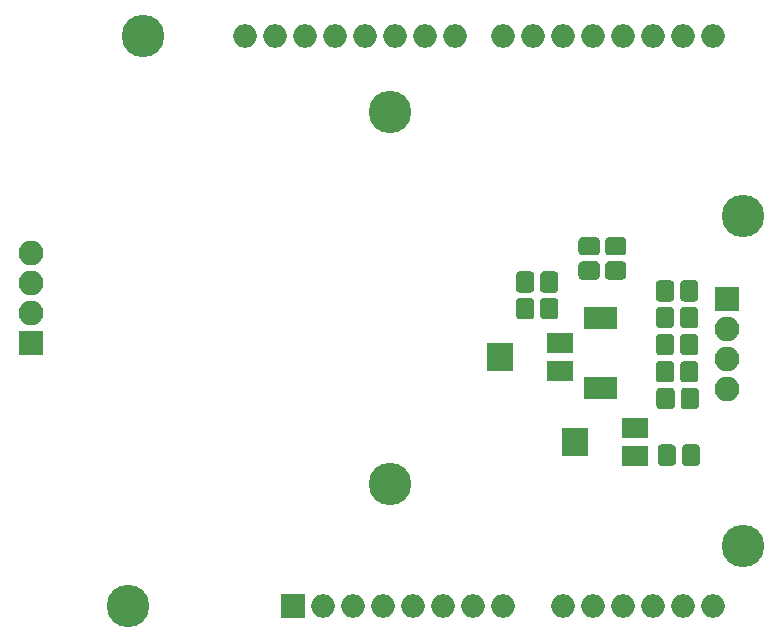
<source format=gbr>
G04 #@! TF.GenerationSoftware,KiCad,Pcbnew,(5.0.0)*
G04 #@! TF.CreationDate,2019-09-08T12:51:47+09:00*
G04 #@! TF.ProjectId,gauss_meter_hw,67617573735F6D657465725F68772E6B,rev?*
G04 #@! TF.SameCoordinates,Original*
G04 #@! TF.FileFunction,Soldermask,Top*
G04 #@! TF.FilePolarity,Negative*
%FSLAX46Y46*%
G04 Gerber Fmt 4.6, Leading zero omitted, Abs format (unit mm)*
G04 Created by KiCad (PCBNEW (5.0.0)) date 09/08/19 12:51:47*
%MOMM*%
%LPD*%
G01*
G04 APERTURE LIST*
%ADD10O,2.000000X2.000000*%
%ADD11R,2.000000X2.000000*%
%ADD12C,3.600000*%
%ADD13C,0.100000*%
%ADD14C,1.550000*%
%ADD15R,2.100000X2.100000*%
%ADD16O,2.100000X2.100000*%
%ADD17R,2.300000X1.700000*%
%ADD18R,2.300000X2.400000*%
%ADD19R,0.850000X1.850000*%
G04 APERTURE END LIST*
D10*
G04 #@! TO.C,A1*
X142655001Y-64055001D03*
X140115001Y-64055001D03*
D11*
X144175001Y-112315001D03*
D10*
X174655001Y-64055001D03*
X146715001Y-112315001D03*
X172115001Y-64055001D03*
X149255001Y-112315001D03*
X169575001Y-64055001D03*
X151795001Y-112315001D03*
X167035001Y-64055001D03*
X154335001Y-112315001D03*
X164495001Y-64055001D03*
X156875001Y-112315001D03*
X161955001Y-64055001D03*
X159415001Y-112315001D03*
X157895001Y-64055001D03*
X161955001Y-112315001D03*
X155355001Y-64055001D03*
X167035001Y-112315001D03*
X152815001Y-64055001D03*
X169575001Y-112315001D03*
X150275001Y-64055001D03*
X172115001Y-112315001D03*
X147735001Y-64055001D03*
X174655001Y-112315001D03*
X145195001Y-64055001D03*
X177195001Y-112315001D03*
X179735001Y-112315001D03*
X179735001Y-64055001D03*
X177195001Y-64055001D03*
D12*
X130205001Y-112315001D03*
X131475001Y-64055001D03*
X182275001Y-79295001D03*
X182275001Y-107235001D03*
G04 #@! TD*
D13*
G04 #@! TO.C,C1*
G36*
X176146071Y-86951623D02*
X176178781Y-86956475D01*
X176210857Y-86964509D01*
X176241991Y-86975649D01*
X176271884Y-86989787D01*
X176300247Y-87006787D01*
X176326807Y-87026485D01*
X176351308Y-87048692D01*
X176373515Y-87073193D01*
X176393213Y-87099753D01*
X176410213Y-87128116D01*
X176424351Y-87158009D01*
X176435491Y-87189143D01*
X176443525Y-87221219D01*
X176448377Y-87253929D01*
X176450000Y-87286956D01*
X176450000Y-88413044D01*
X176448377Y-88446071D01*
X176443525Y-88478781D01*
X176435491Y-88510857D01*
X176424351Y-88541991D01*
X176410213Y-88571884D01*
X176393213Y-88600247D01*
X176373515Y-88626807D01*
X176351308Y-88651308D01*
X176326807Y-88673515D01*
X176300247Y-88693213D01*
X176271884Y-88710213D01*
X176241991Y-88724351D01*
X176210857Y-88735491D01*
X176178781Y-88743525D01*
X176146071Y-88748377D01*
X176113044Y-88750000D01*
X175236956Y-88750000D01*
X175203929Y-88748377D01*
X175171219Y-88743525D01*
X175139143Y-88735491D01*
X175108009Y-88724351D01*
X175078116Y-88710213D01*
X175049753Y-88693213D01*
X175023193Y-88673515D01*
X174998692Y-88651308D01*
X174976485Y-88626807D01*
X174956787Y-88600247D01*
X174939787Y-88571884D01*
X174925649Y-88541991D01*
X174914509Y-88510857D01*
X174906475Y-88478781D01*
X174901623Y-88446071D01*
X174900000Y-88413044D01*
X174900000Y-87286956D01*
X174901623Y-87253929D01*
X174906475Y-87221219D01*
X174914509Y-87189143D01*
X174925649Y-87158009D01*
X174939787Y-87128116D01*
X174956787Y-87099753D01*
X174976485Y-87073193D01*
X174998692Y-87048692D01*
X175023193Y-87026485D01*
X175049753Y-87006787D01*
X175078116Y-86989787D01*
X175108009Y-86975649D01*
X175139143Y-86964509D01*
X175171219Y-86956475D01*
X175203929Y-86951623D01*
X175236956Y-86950000D01*
X176113044Y-86950000D01*
X176146071Y-86951623D01*
X176146071Y-86951623D01*
G37*
D14*
X175675000Y-87850000D03*
D13*
G36*
X178196071Y-86951623D02*
X178228781Y-86956475D01*
X178260857Y-86964509D01*
X178291991Y-86975649D01*
X178321884Y-86989787D01*
X178350247Y-87006787D01*
X178376807Y-87026485D01*
X178401308Y-87048692D01*
X178423515Y-87073193D01*
X178443213Y-87099753D01*
X178460213Y-87128116D01*
X178474351Y-87158009D01*
X178485491Y-87189143D01*
X178493525Y-87221219D01*
X178498377Y-87253929D01*
X178500000Y-87286956D01*
X178500000Y-88413044D01*
X178498377Y-88446071D01*
X178493525Y-88478781D01*
X178485491Y-88510857D01*
X178474351Y-88541991D01*
X178460213Y-88571884D01*
X178443213Y-88600247D01*
X178423515Y-88626807D01*
X178401308Y-88651308D01*
X178376807Y-88673515D01*
X178350247Y-88693213D01*
X178321884Y-88710213D01*
X178291991Y-88724351D01*
X178260857Y-88735491D01*
X178228781Y-88743525D01*
X178196071Y-88748377D01*
X178163044Y-88750000D01*
X177286956Y-88750000D01*
X177253929Y-88748377D01*
X177221219Y-88743525D01*
X177189143Y-88735491D01*
X177158009Y-88724351D01*
X177128116Y-88710213D01*
X177099753Y-88693213D01*
X177073193Y-88673515D01*
X177048692Y-88651308D01*
X177026485Y-88626807D01*
X177006787Y-88600247D01*
X176989787Y-88571884D01*
X176975649Y-88541991D01*
X176964509Y-88510857D01*
X176956475Y-88478781D01*
X176951623Y-88446071D01*
X176950000Y-88413044D01*
X176950000Y-87286956D01*
X176951623Y-87253929D01*
X176956475Y-87221219D01*
X176964509Y-87189143D01*
X176975649Y-87158009D01*
X176989787Y-87128116D01*
X177006787Y-87099753D01*
X177026485Y-87073193D01*
X177048692Y-87048692D01*
X177073193Y-87026485D01*
X177099753Y-87006787D01*
X177128116Y-86989787D01*
X177158009Y-86975649D01*
X177189143Y-86964509D01*
X177221219Y-86956475D01*
X177253929Y-86951623D01*
X177286956Y-86950000D01*
X178163044Y-86950000D01*
X178196071Y-86951623D01*
X178196071Y-86951623D01*
G37*
D14*
X177725000Y-87850000D03*
G04 #@! TD*
D13*
G04 #@! TO.C,C2*
G36*
X178196071Y-91551623D02*
X178228781Y-91556475D01*
X178260857Y-91564509D01*
X178291991Y-91575649D01*
X178321884Y-91589787D01*
X178350247Y-91606787D01*
X178376807Y-91626485D01*
X178401308Y-91648692D01*
X178423515Y-91673193D01*
X178443213Y-91699753D01*
X178460213Y-91728116D01*
X178474351Y-91758009D01*
X178485491Y-91789143D01*
X178493525Y-91821219D01*
X178498377Y-91853929D01*
X178500000Y-91886956D01*
X178500000Y-93013044D01*
X178498377Y-93046071D01*
X178493525Y-93078781D01*
X178485491Y-93110857D01*
X178474351Y-93141991D01*
X178460213Y-93171884D01*
X178443213Y-93200247D01*
X178423515Y-93226807D01*
X178401308Y-93251308D01*
X178376807Y-93273515D01*
X178350247Y-93293213D01*
X178321884Y-93310213D01*
X178291991Y-93324351D01*
X178260857Y-93335491D01*
X178228781Y-93343525D01*
X178196071Y-93348377D01*
X178163044Y-93350000D01*
X177286956Y-93350000D01*
X177253929Y-93348377D01*
X177221219Y-93343525D01*
X177189143Y-93335491D01*
X177158009Y-93324351D01*
X177128116Y-93310213D01*
X177099753Y-93293213D01*
X177073193Y-93273515D01*
X177048692Y-93251308D01*
X177026485Y-93226807D01*
X177006787Y-93200247D01*
X176989787Y-93171884D01*
X176975649Y-93141991D01*
X176964509Y-93110857D01*
X176956475Y-93078781D01*
X176951623Y-93046071D01*
X176950000Y-93013044D01*
X176950000Y-91886956D01*
X176951623Y-91853929D01*
X176956475Y-91821219D01*
X176964509Y-91789143D01*
X176975649Y-91758009D01*
X176989787Y-91728116D01*
X177006787Y-91699753D01*
X177026485Y-91673193D01*
X177048692Y-91648692D01*
X177073193Y-91626485D01*
X177099753Y-91606787D01*
X177128116Y-91589787D01*
X177158009Y-91575649D01*
X177189143Y-91564509D01*
X177221219Y-91556475D01*
X177253929Y-91551623D01*
X177286956Y-91550000D01*
X178163044Y-91550000D01*
X178196071Y-91551623D01*
X178196071Y-91551623D01*
G37*
D14*
X177725000Y-92450000D03*
D13*
G36*
X176146071Y-91551623D02*
X176178781Y-91556475D01*
X176210857Y-91564509D01*
X176241991Y-91575649D01*
X176271884Y-91589787D01*
X176300247Y-91606787D01*
X176326807Y-91626485D01*
X176351308Y-91648692D01*
X176373515Y-91673193D01*
X176393213Y-91699753D01*
X176410213Y-91728116D01*
X176424351Y-91758009D01*
X176435491Y-91789143D01*
X176443525Y-91821219D01*
X176448377Y-91853929D01*
X176450000Y-91886956D01*
X176450000Y-93013044D01*
X176448377Y-93046071D01*
X176443525Y-93078781D01*
X176435491Y-93110857D01*
X176424351Y-93141991D01*
X176410213Y-93171884D01*
X176393213Y-93200247D01*
X176373515Y-93226807D01*
X176351308Y-93251308D01*
X176326807Y-93273515D01*
X176300247Y-93293213D01*
X176271884Y-93310213D01*
X176241991Y-93324351D01*
X176210857Y-93335491D01*
X176178781Y-93343525D01*
X176146071Y-93348377D01*
X176113044Y-93350000D01*
X175236956Y-93350000D01*
X175203929Y-93348377D01*
X175171219Y-93343525D01*
X175139143Y-93335491D01*
X175108009Y-93324351D01*
X175078116Y-93310213D01*
X175049753Y-93293213D01*
X175023193Y-93273515D01*
X174998692Y-93251308D01*
X174976485Y-93226807D01*
X174956787Y-93200247D01*
X174939787Y-93171884D01*
X174925649Y-93141991D01*
X174914509Y-93110857D01*
X174906475Y-93078781D01*
X174901623Y-93046071D01*
X174900000Y-93013044D01*
X174900000Y-91886956D01*
X174901623Y-91853929D01*
X174906475Y-91821219D01*
X174914509Y-91789143D01*
X174925649Y-91758009D01*
X174939787Y-91728116D01*
X174956787Y-91699753D01*
X174976485Y-91673193D01*
X174998692Y-91648692D01*
X175023193Y-91626485D01*
X175049753Y-91606787D01*
X175078116Y-91589787D01*
X175108009Y-91575649D01*
X175139143Y-91564509D01*
X175171219Y-91556475D01*
X175203929Y-91551623D01*
X175236956Y-91550000D01*
X176113044Y-91550000D01*
X176146071Y-91551623D01*
X176146071Y-91551623D01*
G37*
D14*
X175675000Y-92450000D03*
G04 #@! TD*
D13*
G04 #@! TO.C,C3*
G36*
X172096071Y-81051623D02*
X172128781Y-81056475D01*
X172160857Y-81064509D01*
X172191991Y-81075649D01*
X172221884Y-81089787D01*
X172250247Y-81106787D01*
X172276807Y-81126485D01*
X172301308Y-81148692D01*
X172323515Y-81173193D01*
X172343213Y-81199753D01*
X172360213Y-81228116D01*
X172374351Y-81258009D01*
X172385491Y-81289143D01*
X172393525Y-81321219D01*
X172398377Y-81353929D01*
X172400000Y-81386956D01*
X172400000Y-82263044D01*
X172398377Y-82296071D01*
X172393525Y-82328781D01*
X172385491Y-82360857D01*
X172374351Y-82391991D01*
X172360213Y-82421884D01*
X172343213Y-82450247D01*
X172323515Y-82476807D01*
X172301308Y-82501308D01*
X172276807Y-82523515D01*
X172250247Y-82543213D01*
X172221884Y-82560213D01*
X172191991Y-82574351D01*
X172160857Y-82585491D01*
X172128781Y-82593525D01*
X172096071Y-82598377D01*
X172063044Y-82600000D01*
X170936956Y-82600000D01*
X170903929Y-82598377D01*
X170871219Y-82593525D01*
X170839143Y-82585491D01*
X170808009Y-82574351D01*
X170778116Y-82560213D01*
X170749753Y-82543213D01*
X170723193Y-82523515D01*
X170698692Y-82501308D01*
X170676485Y-82476807D01*
X170656787Y-82450247D01*
X170639787Y-82421884D01*
X170625649Y-82391991D01*
X170614509Y-82360857D01*
X170606475Y-82328781D01*
X170601623Y-82296071D01*
X170600000Y-82263044D01*
X170600000Y-81386956D01*
X170601623Y-81353929D01*
X170606475Y-81321219D01*
X170614509Y-81289143D01*
X170625649Y-81258009D01*
X170639787Y-81228116D01*
X170656787Y-81199753D01*
X170676485Y-81173193D01*
X170698692Y-81148692D01*
X170723193Y-81126485D01*
X170749753Y-81106787D01*
X170778116Y-81089787D01*
X170808009Y-81075649D01*
X170839143Y-81064509D01*
X170871219Y-81056475D01*
X170903929Y-81051623D01*
X170936956Y-81050000D01*
X172063044Y-81050000D01*
X172096071Y-81051623D01*
X172096071Y-81051623D01*
G37*
D14*
X171500000Y-81825000D03*
D13*
G36*
X172096071Y-83101623D02*
X172128781Y-83106475D01*
X172160857Y-83114509D01*
X172191991Y-83125649D01*
X172221884Y-83139787D01*
X172250247Y-83156787D01*
X172276807Y-83176485D01*
X172301308Y-83198692D01*
X172323515Y-83223193D01*
X172343213Y-83249753D01*
X172360213Y-83278116D01*
X172374351Y-83308009D01*
X172385491Y-83339143D01*
X172393525Y-83371219D01*
X172398377Y-83403929D01*
X172400000Y-83436956D01*
X172400000Y-84313044D01*
X172398377Y-84346071D01*
X172393525Y-84378781D01*
X172385491Y-84410857D01*
X172374351Y-84441991D01*
X172360213Y-84471884D01*
X172343213Y-84500247D01*
X172323515Y-84526807D01*
X172301308Y-84551308D01*
X172276807Y-84573515D01*
X172250247Y-84593213D01*
X172221884Y-84610213D01*
X172191991Y-84624351D01*
X172160857Y-84635491D01*
X172128781Y-84643525D01*
X172096071Y-84648377D01*
X172063044Y-84650000D01*
X170936956Y-84650000D01*
X170903929Y-84648377D01*
X170871219Y-84643525D01*
X170839143Y-84635491D01*
X170808009Y-84624351D01*
X170778116Y-84610213D01*
X170749753Y-84593213D01*
X170723193Y-84573515D01*
X170698692Y-84551308D01*
X170676485Y-84526807D01*
X170656787Y-84500247D01*
X170639787Y-84471884D01*
X170625649Y-84441991D01*
X170614509Y-84410857D01*
X170606475Y-84378781D01*
X170601623Y-84346071D01*
X170600000Y-84313044D01*
X170600000Y-83436956D01*
X170601623Y-83403929D01*
X170606475Y-83371219D01*
X170614509Y-83339143D01*
X170625649Y-83308009D01*
X170639787Y-83278116D01*
X170656787Y-83249753D01*
X170676485Y-83223193D01*
X170698692Y-83198692D01*
X170723193Y-83176485D01*
X170749753Y-83156787D01*
X170778116Y-83139787D01*
X170808009Y-83125649D01*
X170839143Y-83114509D01*
X170871219Y-83106475D01*
X170903929Y-83101623D01*
X170936956Y-83100000D01*
X172063044Y-83100000D01*
X172096071Y-83101623D01*
X172096071Y-83101623D01*
G37*
D14*
X171500000Y-83875000D03*
G04 #@! TD*
D13*
G04 #@! TO.C,C4*
G36*
X164296071Y-83951623D02*
X164328781Y-83956475D01*
X164360857Y-83964509D01*
X164391991Y-83975649D01*
X164421884Y-83989787D01*
X164450247Y-84006787D01*
X164476807Y-84026485D01*
X164501308Y-84048692D01*
X164523515Y-84073193D01*
X164543213Y-84099753D01*
X164560213Y-84128116D01*
X164574351Y-84158009D01*
X164585491Y-84189143D01*
X164593525Y-84221219D01*
X164598377Y-84253929D01*
X164600000Y-84286956D01*
X164600000Y-85413044D01*
X164598377Y-85446071D01*
X164593525Y-85478781D01*
X164585491Y-85510857D01*
X164574351Y-85541991D01*
X164560213Y-85571884D01*
X164543213Y-85600247D01*
X164523515Y-85626807D01*
X164501308Y-85651308D01*
X164476807Y-85673515D01*
X164450247Y-85693213D01*
X164421884Y-85710213D01*
X164391991Y-85724351D01*
X164360857Y-85735491D01*
X164328781Y-85743525D01*
X164296071Y-85748377D01*
X164263044Y-85750000D01*
X163386956Y-85750000D01*
X163353929Y-85748377D01*
X163321219Y-85743525D01*
X163289143Y-85735491D01*
X163258009Y-85724351D01*
X163228116Y-85710213D01*
X163199753Y-85693213D01*
X163173193Y-85673515D01*
X163148692Y-85651308D01*
X163126485Y-85626807D01*
X163106787Y-85600247D01*
X163089787Y-85571884D01*
X163075649Y-85541991D01*
X163064509Y-85510857D01*
X163056475Y-85478781D01*
X163051623Y-85446071D01*
X163050000Y-85413044D01*
X163050000Y-84286956D01*
X163051623Y-84253929D01*
X163056475Y-84221219D01*
X163064509Y-84189143D01*
X163075649Y-84158009D01*
X163089787Y-84128116D01*
X163106787Y-84099753D01*
X163126485Y-84073193D01*
X163148692Y-84048692D01*
X163173193Y-84026485D01*
X163199753Y-84006787D01*
X163228116Y-83989787D01*
X163258009Y-83975649D01*
X163289143Y-83964509D01*
X163321219Y-83956475D01*
X163353929Y-83951623D01*
X163386956Y-83950000D01*
X164263044Y-83950000D01*
X164296071Y-83951623D01*
X164296071Y-83951623D01*
G37*
D14*
X163825000Y-84850000D03*
D13*
G36*
X166346071Y-83951623D02*
X166378781Y-83956475D01*
X166410857Y-83964509D01*
X166441991Y-83975649D01*
X166471884Y-83989787D01*
X166500247Y-84006787D01*
X166526807Y-84026485D01*
X166551308Y-84048692D01*
X166573515Y-84073193D01*
X166593213Y-84099753D01*
X166610213Y-84128116D01*
X166624351Y-84158009D01*
X166635491Y-84189143D01*
X166643525Y-84221219D01*
X166648377Y-84253929D01*
X166650000Y-84286956D01*
X166650000Y-85413044D01*
X166648377Y-85446071D01*
X166643525Y-85478781D01*
X166635491Y-85510857D01*
X166624351Y-85541991D01*
X166610213Y-85571884D01*
X166593213Y-85600247D01*
X166573515Y-85626807D01*
X166551308Y-85651308D01*
X166526807Y-85673515D01*
X166500247Y-85693213D01*
X166471884Y-85710213D01*
X166441991Y-85724351D01*
X166410857Y-85735491D01*
X166378781Y-85743525D01*
X166346071Y-85748377D01*
X166313044Y-85750000D01*
X165436956Y-85750000D01*
X165403929Y-85748377D01*
X165371219Y-85743525D01*
X165339143Y-85735491D01*
X165308009Y-85724351D01*
X165278116Y-85710213D01*
X165249753Y-85693213D01*
X165223193Y-85673515D01*
X165198692Y-85651308D01*
X165176485Y-85626807D01*
X165156787Y-85600247D01*
X165139787Y-85571884D01*
X165125649Y-85541991D01*
X165114509Y-85510857D01*
X165106475Y-85478781D01*
X165101623Y-85446071D01*
X165100000Y-85413044D01*
X165100000Y-84286956D01*
X165101623Y-84253929D01*
X165106475Y-84221219D01*
X165114509Y-84189143D01*
X165125649Y-84158009D01*
X165139787Y-84128116D01*
X165156787Y-84099753D01*
X165176485Y-84073193D01*
X165198692Y-84048692D01*
X165223193Y-84026485D01*
X165249753Y-84006787D01*
X165278116Y-83989787D01*
X165308009Y-83975649D01*
X165339143Y-83964509D01*
X165371219Y-83956475D01*
X165403929Y-83951623D01*
X165436956Y-83950000D01*
X166313044Y-83950000D01*
X166346071Y-83951623D01*
X166346071Y-83951623D01*
G37*
D14*
X165875000Y-84850000D03*
G04 #@! TD*
D13*
G04 #@! TO.C,C5*
G36*
X166346071Y-86201623D02*
X166378781Y-86206475D01*
X166410857Y-86214509D01*
X166441991Y-86225649D01*
X166471884Y-86239787D01*
X166500247Y-86256787D01*
X166526807Y-86276485D01*
X166551308Y-86298692D01*
X166573515Y-86323193D01*
X166593213Y-86349753D01*
X166610213Y-86378116D01*
X166624351Y-86408009D01*
X166635491Y-86439143D01*
X166643525Y-86471219D01*
X166648377Y-86503929D01*
X166650000Y-86536956D01*
X166650000Y-87663044D01*
X166648377Y-87696071D01*
X166643525Y-87728781D01*
X166635491Y-87760857D01*
X166624351Y-87791991D01*
X166610213Y-87821884D01*
X166593213Y-87850247D01*
X166573515Y-87876807D01*
X166551308Y-87901308D01*
X166526807Y-87923515D01*
X166500247Y-87943213D01*
X166471884Y-87960213D01*
X166441991Y-87974351D01*
X166410857Y-87985491D01*
X166378781Y-87993525D01*
X166346071Y-87998377D01*
X166313044Y-88000000D01*
X165436956Y-88000000D01*
X165403929Y-87998377D01*
X165371219Y-87993525D01*
X165339143Y-87985491D01*
X165308009Y-87974351D01*
X165278116Y-87960213D01*
X165249753Y-87943213D01*
X165223193Y-87923515D01*
X165198692Y-87901308D01*
X165176485Y-87876807D01*
X165156787Y-87850247D01*
X165139787Y-87821884D01*
X165125649Y-87791991D01*
X165114509Y-87760857D01*
X165106475Y-87728781D01*
X165101623Y-87696071D01*
X165100000Y-87663044D01*
X165100000Y-86536956D01*
X165101623Y-86503929D01*
X165106475Y-86471219D01*
X165114509Y-86439143D01*
X165125649Y-86408009D01*
X165139787Y-86378116D01*
X165156787Y-86349753D01*
X165176485Y-86323193D01*
X165198692Y-86298692D01*
X165223193Y-86276485D01*
X165249753Y-86256787D01*
X165278116Y-86239787D01*
X165308009Y-86225649D01*
X165339143Y-86214509D01*
X165371219Y-86206475D01*
X165403929Y-86201623D01*
X165436956Y-86200000D01*
X166313044Y-86200000D01*
X166346071Y-86201623D01*
X166346071Y-86201623D01*
G37*
D14*
X165875000Y-87100000D03*
D13*
G36*
X164296071Y-86201623D02*
X164328781Y-86206475D01*
X164360857Y-86214509D01*
X164391991Y-86225649D01*
X164421884Y-86239787D01*
X164450247Y-86256787D01*
X164476807Y-86276485D01*
X164501308Y-86298692D01*
X164523515Y-86323193D01*
X164543213Y-86349753D01*
X164560213Y-86378116D01*
X164574351Y-86408009D01*
X164585491Y-86439143D01*
X164593525Y-86471219D01*
X164598377Y-86503929D01*
X164600000Y-86536956D01*
X164600000Y-87663044D01*
X164598377Y-87696071D01*
X164593525Y-87728781D01*
X164585491Y-87760857D01*
X164574351Y-87791991D01*
X164560213Y-87821884D01*
X164543213Y-87850247D01*
X164523515Y-87876807D01*
X164501308Y-87901308D01*
X164476807Y-87923515D01*
X164450247Y-87943213D01*
X164421884Y-87960213D01*
X164391991Y-87974351D01*
X164360857Y-87985491D01*
X164328781Y-87993525D01*
X164296071Y-87998377D01*
X164263044Y-88000000D01*
X163386956Y-88000000D01*
X163353929Y-87998377D01*
X163321219Y-87993525D01*
X163289143Y-87985491D01*
X163258009Y-87974351D01*
X163228116Y-87960213D01*
X163199753Y-87943213D01*
X163173193Y-87923515D01*
X163148692Y-87901308D01*
X163126485Y-87876807D01*
X163106787Y-87850247D01*
X163089787Y-87821884D01*
X163075649Y-87791991D01*
X163064509Y-87760857D01*
X163056475Y-87728781D01*
X163051623Y-87696071D01*
X163050000Y-87663044D01*
X163050000Y-86536956D01*
X163051623Y-86503929D01*
X163056475Y-86471219D01*
X163064509Y-86439143D01*
X163075649Y-86408009D01*
X163089787Y-86378116D01*
X163106787Y-86349753D01*
X163126485Y-86323193D01*
X163148692Y-86298692D01*
X163173193Y-86276485D01*
X163199753Y-86256787D01*
X163228116Y-86239787D01*
X163258009Y-86225649D01*
X163289143Y-86214509D01*
X163321219Y-86206475D01*
X163353929Y-86201623D01*
X163386956Y-86200000D01*
X164263044Y-86200000D01*
X164296071Y-86201623D01*
X164296071Y-86201623D01*
G37*
D14*
X163825000Y-87100000D03*
G04 #@! TD*
D15*
G04 #@! TO.C,J1*
X180900000Y-86300000D03*
D16*
X180900000Y-88840000D03*
X180900000Y-91380000D03*
X180900000Y-93920000D03*
G04 #@! TD*
D13*
G04 #@! TO.C,R1*
G36*
X176146071Y-84701623D02*
X176178781Y-84706475D01*
X176210857Y-84714509D01*
X176241991Y-84725649D01*
X176271884Y-84739787D01*
X176300247Y-84756787D01*
X176326807Y-84776485D01*
X176351308Y-84798692D01*
X176373515Y-84823193D01*
X176393213Y-84849753D01*
X176410213Y-84878116D01*
X176424351Y-84908009D01*
X176435491Y-84939143D01*
X176443525Y-84971219D01*
X176448377Y-85003929D01*
X176450000Y-85036956D01*
X176450000Y-86163044D01*
X176448377Y-86196071D01*
X176443525Y-86228781D01*
X176435491Y-86260857D01*
X176424351Y-86291991D01*
X176410213Y-86321884D01*
X176393213Y-86350247D01*
X176373515Y-86376807D01*
X176351308Y-86401308D01*
X176326807Y-86423515D01*
X176300247Y-86443213D01*
X176271884Y-86460213D01*
X176241991Y-86474351D01*
X176210857Y-86485491D01*
X176178781Y-86493525D01*
X176146071Y-86498377D01*
X176113044Y-86500000D01*
X175236956Y-86500000D01*
X175203929Y-86498377D01*
X175171219Y-86493525D01*
X175139143Y-86485491D01*
X175108009Y-86474351D01*
X175078116Y-86460213D01*
X175049753Y-86443213D01*
X175023193Y-86423515D01*
X174998692Y-86401308D01*
X174976485Y-86376807D01*
X174956787Y-86350247D01*
X174939787Y-86321884D01*
X174925649Y-86291991D01*
X174914509Y-86260857D01*
X174906475Y-86228781D01*
X174901623Y-86196071D01*
X174900000Y-86163044D01*
X174900000Y-85036956D01*
X174901623Y-85003929D01*
X174906475Y-84971219D01*
X174914509Y-84939143D01*
X174925649Y-84908009D01*
X174939787Y-84878116D01*
X174956787Y-84849753D01*
X174976485Y-84823193D01*
X174998692Y-84798692D01*
X175023193Y-84776485D01*
X175049753Y-84756787D01*
X175078116Y-84739787D01*
X175108009Y-84725649D01*
X175139143Y-84714509D01*
X175171219Y-84706475D01*
X175203929Y-84701623D01*
X175236956Y-84700000D01*
X176113044Y-84700000D01*
X176146071Y-84701623D01*
X176146071Y-84701623D01*
G37*
D14*
X175675000Y-85600000D03*
D13*
G36*
X178196071Y-84701623D02*
X178228781Y-84706475D01*
X178260857Y-84714509D01*
X178291991Y-84725649D01*
X178321884Y-84739787D01*
X178350247Y-84756787D01*
X178376807Y-84776485D01*
X178401308Y-84798692D01*
X178423515Y-84823193D01*
X178443213Y-84849753D01*
X178460213Y-84878116D01*
X178474351Y-84908009D01*
X178485491Y-84939143D01*
X178493525Y-84971219D01*
X178498377Y-85003929D01*
X178500000Y-85036956D01*
X178500000Y-86163044D01*
X178498377Y-86196071D01*
X178493525Y-86228781D01*
X178485491Y-86260857D01*
X178474351Y-86291991D01*
X178460213Y-86321884D01*
X178443213Y-86350247D01*
X178423515Y-86376807D01*
X178401308Y-86401308D01*
X178376807Y-86423515D01*
X178350247Y-86443213D01*
X178321884Y-86460213D01*
X178291991Y-86474351D01*
X178260857Y-86485491D01*
X178228781Y-86493525D01*
X178196071Y-86498377D01*
X178163044Y-86500000D01*
X177286956Y-86500000D01*
X177253929Y-86498377D01*
X177221219Y-86493525D01*
X177189143Y-86485491D01*
X177158009Y-86474351D01*
X177128116Y-86460213D01*
X177099753Y-86443213D01*
X177073193Y-86423515D01*
X177048692Y-86401308D01*
X177026485Y-86376807D01*
X177006787Y-86350247D01*
X176989787Y-86321884D01*
X176975649Y-86291991D01*
X176964509Y-86260857D01*
X176956475Y-86228781D01*
X176951623Y-86196071D01*
X176950000Y-86163044D01*
X176950000Y-85036956D01*
X176951623Y-85003929D01*
X176956475Y-84971219D01*
X176964509Y-84939143D01*
X176975649Y-84908009D01*
X176989787Y-84878116D01*
X177006787Y-84849753D01*
X177026485Y-84823193D01*
X177048692Y-84798692D01*
X177073193Y-84776485D01*
X177099753Y-84756787D01*
X177128116Y-84739787D01*
X177158009Y-84725649D01*
X177189143Y-84714509D01*
X177221219Y-84706475D01*
X177253929Y-84701623D01*
X177286956Y-84700000D01*
X178163044Y-84700000D01*
X178196071Y-84701623D01*
X178196071Y-84701623D01*
G37*
D14*
X177725000Y-85600000D03*
G04 #@! TD*
D13*
G04 #@! TO.C,R2*
G36*
X178346071Y-98601623D02*
X178378781Y-98606475D01*
X178410857Y-98614509D01*
X178441991Y-98625649D01*
X178471884Y-98639787D01*
X178500247Y-98656787D01*
X178526807Y-98676485D01*
X178551308Y-98698692D01*
X178573515Y-98723193D01*
X178593213Y-98749753D01*
X178610213Y-98778116D01*
X178624351Y-98808009D01*
X178635491Y-98839143D01*
X178643525Y-98871219D01*
X178648377Y-98903929D01*
X178650000Y-98936956D01*
X178650000Y-100063044D01*
X178648377Y-100096071D01*
X178643525Y-100128781D01*
X178635491Y-100160857D01*
X178624351Y-100191991D01*
X178610213Y-100221884D01*
X178593213Y-100250247D01*
X178573515Y-100276807D01*
X178551308Y-100301308D01*
X178526807Y-100323515D01*
X178500247Y-100343213D01*
X178471884Y-100360213D01*
X178441991Y-100374351D01*
X178410857Y-100385491D01*
X178378781Y-100393525D01*
X178346071Y-100398377D01*
X178313044Y-100400000D01*
X177436956Y-100400000D01*
X177403929Y-100398377D01*
X177371219Y-100393525D01*
X177339143Y-100385491D01*
X177308009Y-100374351D01*
X177278116Y-100360213D01*
X177249753Y-100343213D01*
X177223193Y-100323515D01*
X177198692Y-100301308D01*
X177176485Y-100276807D01*
X177156787Y-100250247D01*
X177139787Y-100221884D01*
X177125649Y-100191991D01*
X177114509Y-100160857D01*
X177106475Y-100128781D01*
X177101623Y-100096071D01*
X177100000Y-100063044D01*
X177100000Y-98936956D01*
X177101623Y-98903929D01*
X177106475Y-98871219D01*
X177114509Y-98839143D01*
X177125649Y-98808009D01*
X177139787Y-98778116D01*
X177156787Y-98749753D01*
X177176485Y-98723193D01*
X177198692Y-98698692D01*
X177223193Y-98676485D01*
X177249753Y-98656787D01*
X177278116Y-98639787D01*
X177308009Y-98625649D01*
X177339143Y-98614509D01*
X177371219Y-98606475D01*
X177403929Y-98601623D01*
X177436956Y-98600000D01*
X178313044Y-98600000D01*
X178346071Y-98601623D01*
X178346071Y-98601623D01*
G37*
D14*
X177875000Y-99500000D03*
D13*
G36*
X176296071Y-98601623D02*
X176328781Y-98606475D01*
X176360857Y-98614509D01*
X176391991Y-98625649D01*
X176421884Y-98639787D01*
X176450247Y-98656787D01*
X176476807Y-98676485D01*
X176501308Y-98698692D01*
X176523515Y-98723193D01*
X176543213Y-98749753D01*
X176560213Y-98778116D01*
X176574351Y-98808009D01*
X176585491Y-98839143D01*
X176593525Y-98871219D01*
X176598377Y-98903929D01*
X176600000Y-98936956D01*
X176600000Y-100063044D01*
X176598377Y-100096071D01*
X176593525Y-100128781D01*
X176585491Y-100160857D01*
X176574351Y-100191991D01*
X176560213Y-100221884D01*
X176543213Y-100250247D01*
X176523515Y-100276807D01*
X176501308Y-100301308D01*
X176476807Y-100323515D01*
X176450247Y-100343213D01*
X176421884Y-100360213D01*
X176391991Y-100374351D01*
X176360857Y-100385491D01*
X176328781Y-100393525D01*
X176296071Y-100398377D01*
X176263044Y-100400000D01*
X175386956Y-100400000D01*
X175353929Y-100398377D01*
X175321219Y-100393525D01*
X175289143Y-100385491D01*
X175258009Y-100374351D01*
X175228116Y-100360213D01*
X175199753Y-100343213D01*
X175173193Y-100323515D01*
X175148692Y-100301308D01*
X175126485Y-100276807D01*
X175106787Y-100250247D01*
X175089787Y-100221884D01*
X175075649Y-100191991D01*
X175064509Y-100160857D01*
X175056475Y-100128781D01*
X175051623Y-100096071D01*
X175050000Y-100063044D01*
X175050000Y-98936956D01*
X175051623Y-98903929D01*
X175056475Y-98871219D01*
X175064509Y-98839143D01*
X175075649Y-98808009D01*
X175089787Y-98778116D01*
X175106787Y-98749753D01*
X175126485Y-98723193D01*
X175148692Y-98698692D01*
X175173193Y-98676485D01*
X175199753Y-98656787D01*
X175228116Y-98639787D01*
X175258009Y-98625649D01*
X175289143Y-98614509D01*
X175321219Y-98606475D01*
X175353929Y-98601623D01*
X175386956Y-98600000D01*
X176263044Y-98600000D01*
X176296071Y-98601623D01*
X176296071Y-98601623D01*
G37*
D14*
X175825000Y-99500000D03*
G04 #@! TD*
D13*
G04 #@! TO.C,R3*
G36*
X178246071Y-93801623D02*
X178278781Y-93806475D01*
X178310857Y-93814509D01*
X178341991Y-93825649D01*
X178371884Y-93839787D01*
X178400247Y-93856787D01*
X178426807Y-93876485D01*
X178451308Y-93898692D01*
X178473515Y-93923193D01*
X178493213Y-93949753D01*
X178510213Y-93978116D01*
X178524351Y-94008009D01*
X178535491Y-94039143D01*
X178543525Y-94071219D01*
X178548377Y-94103929D01*
X178550000Y-94136956D01*
X178550000Y-95263044D01*
X178548377Y-95296071D01*
X178543525Y-95328781D01*
X178535491Y-95360857D01*
X178524351Y-95391991D01*
X178510213Y-95421884D01*
X178493213Y-95450247D01*
X178473515Y-95476807D01*
X178451308Y-95501308D01*
X178426807Y-95523515D01*
X178400247Y-95543213D01*
X178371884Y-95560213D01*
X178341991Y-95574351D01*
X178310857Y-95585491D01*
X178278781Y-95593525D01*
X178246071Y-95598377D01*
X178213044Y-95600000D01*
X177336956Y-95600000D01*
X177303929Y-95598377D01*
X177271219Y-95593525D01*
X177239143Y-95585491D01*
X177208009Y-95574351D01*
X177178116Y-95560213D01*
X177149753Y-95543213D01*
X177123193Y-95523515D01*
X177098692Y-95501308D01*
X177076485Y-95476807D01*
X177056787Y-95450247D01*
X177039787Y-95421884D01*
X177025649Y-95391991D01*
X177014509Y-95360857D01*
X177006475Y-95328781D01*
X177001623Y-95296071D01*
X177000000Y-95263044D01*
X177000000Y-94136956D01*
X177001623Y-94103929D01*
X177006475Y-94071219D01*
X177014509Y-94039143D01*
X177025649Y-94008009D01*
X177039787Y-93978116D01*
X177056787Y-93949753D01*
X177076485Y-93923193D01*
X177098692Y-93898692D01*
X177123193Y-93876485D01*
X177149753Y-93856787D01*
X177178116Y-93839787D01*
X177208009Y-93825649D01*
X177239143Y-93814509D01*
X177271219Y-93806475D01*
X177303929Y-93801623D01*
X177336956Y-93800000D01*
X178213044Y-93800000D01*
X178246071Y-93801623D01*
X178246071Y-93801623D01*
G37*
D14*
X177775000Y-94700000D03*
D13*
G36*
X176196071Y-93801623D02*
X176228781Y-93806475D01*
X176260857Y-93814509D01*
X176291991Y-93825649D01*
X176321884Y-93839787D01*
X176350247Y-93856787D01*
X176376807Y-93876485D01*
X176401308Y-93898692D01*
X176423515Y-93923193D01*
X176443213Y-93949753D01*
X176460213Y-93978116D01*
X176474351Y-94008009D01*
X176485491Y-94039143D01*
X176493525Y-94071219D01*
X176498377Y-94103929D01*
X176500000Y-94136956D01*
X176500000Y-95263044D01*
X176498377Y-95296071D01*
X176493525Y-95328781D01*
X176485491Y-95360857D01*
X176474351Y-95391991D01*
X176460213Y-95421884D01*
X176443213Y-95450247D01*
X176423515Y-95476807D01*
X176401308Y-95501308D01*
X176376807Y-95523515D01*
X176350247Y-95543213D01*
X176321884Y-95560213D01*
X176291991Y-95574351D01*
X176260857Y-95585491D01*
X176228781Y-95593525D01*
X176196071Y-95598377D01*
X176163044Y-95600000D01*
X175286956Y-95600000D01*
X175253929Y-95598377D01*
X175221219Y-95593525D01*
X175189143Y-95585491D01*
X175158009Y-95574351D01*
X175128116Y-95560213D01*
X175099753Y-95543213D01*
X175073193Y-95523515D01*
X175048692Y-95501308D01*
X175026485Y-95476807D01*
X175006787Y-95450247D01*
X174989787Y-95421884D01*
X174975649Y-95391991D01*
X174964509Y-95360857D01*
X174956475Y-95328781D01*
X174951623Y-95296071D01*
X174950000Y-95263044D01*
X174950000Y-94136956D01*
X174951623Y-94103929D01*
X174956475Y-94071219D01*
X174964509Y-94039143D01*
X174975649Y-94008009D01*
X174989787Y-93978116D01*
X175006787Y-93949753D01*
X175026485Y-93923193D01*
X175048692Y-93898692D01*
X175073193Y-93876485D01*
X175099753Y-93856787D01*
X175128116Y-93839787D01*
X175158009Y-93825649D01*
X175189143Y-93814509D01*
X175221219Y-93806475D01*
X175253929Y-93801623D01*
X175286956Y-93800000D01*
X176163044Y-93800000D01*
X176196071Y-93801623D01*
X176196071Y-93801623D01*
G37*
D14*
X175725000Y-94700000D03*
G04 #@! TD*
D13*
G04 #@! TO.C,R4*
G36*
X178196071Y-89251623D02*
X178228781Y-89256475D01*
X178260857Y-89264509D01*
X178291991Y-89275649D01*
X178321884Y-89289787D01*
X178350247Y-89306787D01*
X178376807Y-89326485D01*
X178401308Y-89348692D01*
X178423515Y-89373193D01*
X178443213Y-89399753D01*
X178460213Y-89428116D01*
X178474351Y-89458009D01*
X178485491Y-89489143D01*
X178493525Y-89521219D01*
X178498377Y-89553929D01*
X178500000Y-89586956D01*
X178500000Y-90713044D01*
X178498377Y-90746071D01*
X178493525Y-90778781D01*
X178485491Y-90810857D01*
X178474351Y-90841991D01*
X178460213Y-90871884D01*
X178443213Y-90900247D01*
X178423515Y-90926807D01*
X178401308Y-90951308D01*
X178376807Y-90973515D01*
X178350247Y-90993213D01*
X178321884Y-91010213D01*
X178291991Y-91024351D01*
X178260857Y-91035491D01*
X178228781Y-91043525D01*
X178196071Y-91048377D01*
X178163044Y-91050000D01*
X177286956Y-91050000D01*
X177253929Y-91048377D01*
X177221219Y-91043525D01*
X177189143Y-91035491D01*
X177158009Y-91024351D01*
X177128116Y-91010213D01*
X177099753Y-90993213D01*
X177073193Y-90973515D01*
X177048692Y-90951308D01*
X177026485Y-90926807D01*
X177006787Y-90900247D01*
X176989787Y-90871884D01*
X176975649Y-90841991D01*
X176964509Y-90810857D01*
X176956475Y-90778781D01*
X176951623Y-90746071D01*
X176950000Y-90713044D01*
X176950000Y-89586956D01*
X176951623Y-89553929D01*
X176956475Y-89521219D01*
X176964509Y-89489143D01*
X176975649Y-89458009D01*
X176989787Y-89428116D01*
X177006787Y-89399753D01*
X177026485Y-89373193D01*
X177048692Y-89348692D01*
X177073193Y-89326485D01*
X177099753Y-89306787D01*
X177128116Y-89289787D01*
X177158009Y-89275649D01*
X177189143Y-89264509D01*
X177221219Y-89256475D01*
X177253929Y-89251623D01*
X177286956Y-89250000D01*
X178163044Y-89250000D01*
X178196071Y-89251623D01*
X178196071Y-89251623D01*
G37*
D14*
X177725000Y-90150000D03*
D13*
G36*
X176146071Y-89251623D02*
X176178781Y-89256475D01*
X176210857Y-89264509D01*
X176241991Y-89275649D01*
X176271884Y-89289787D01*
X176300247Y-89306787D01*
X176326807Y-89326485D01*
X176351308Y-89348692D01*
X176373515Y-89373193D01*
X176393213Y-89399753D01*
X176410213Y-89428116D01*
X176424351Y-89458009D01*
X176435491Y-89489143D01*
X176443525Y-89521219D01*
X176448377Y-89553929D01*
X176450000Y-89586956D01*
X176450000Y-90713044D01*
X176448377Y-90746071D01*
X176443525Y-90778781D01*
X176435491Y-90810857D01*
X176424351Y-90841991D01*
X176410213Y-90871884D01*
X176393213Y-90900247D01*
X176373515Y-90926807D01*
X176351308Y-90951308D01*
X176326807Y-90973515D01*
X176300247Y-90993213D01*
X176271884Y-91010213D01*
X176241991Y-91024351D01*
X176210857Y-91035491D01*
X176178781Y-91043525D01*
X176146071Y-91048377D01*
X176113044Y-91050000D01*
X175236956Y-91050000D01*
X175203929Y-91048377D01*
X175171219Y-91043525D01*
X175139143Y-91035491D01*
X175108009Y-91024351D01*
X175078116Y-91010213D01*
X175049753Y-90993213D01*
X175023193Y-90973515D01*
X174998692Y-90951308D01*
X174976485Y-90926807D01*
X174956787Y-90900247D01*
X174939787Y-90871884D01*
X174925649Y-90841991D01*
X174914509Y-90810857D01*
X174906475Y-90778781D01*
X174901623Y-90746071D01*
X174900000Y-90713044D01*
X174900000Y-89586956D01*
X174901623Y-89553929D01*
X174906475Y-89521219D01*
X174914509Y-89489143D01*
X174925649Y-89458009D01*
X174939787Y-89428116D01*
X174956787Y-89399753D01*
X174976485Y-89373193D01*
X174998692Y-89348692D01*
X175023193Y-89326485D01*
X175049753Y-89306787D01*
X175078116Y-89289787D01*
X175108009Y-89275649D01*
X175139143Y-89264509D01*
X175171219Y-89256475D01*
X175203929Y-89251623D01*
X175236956Y-89250000D01*
X176113044Y-89250000D01*
X176146071Y-89251623D01*
X176146071Y-89251623D01*
G37*
D14*
X175675000Y-90150000D03*
G04 #@! TD*
D13*
G04 #@! TO.C,R5*
G36*
X169846071Y-81051623D02*
X169878781Y-81056475D01*
X169910857Y-81064509D01*
X169941991Y-81075649D01*
X169971884Y-81089787D01*
X170000247Y-81106787D01*
X170026807Y-81126485D01*
X170051308Y-81148692D01*
X170073515Y-81173193D01*
X170093213Y-81199753D01*
X170110213Y-81228116D01*
X170124351Y-81258009D01*
X170135491Y-81289143D01*
X170143525Y-81321219D01*
X170148377Y-81353929D01*
X170150000Y-81386956D01*
X170150000Y-82263044D01*
X170148377Y-82296071D01*
X170143525Y-82328781D01*
X170135491Y-82360857D01*
X170124351Y-82391991D01*
X170110213Y-82421884D01*
X170093213Y-82450247D01*
X170073515Y-82476807D01*
X170051308Y-82501308D01*
X170026807Y-82523515D01*
X170000247Y-82543213D01*
X169971884Y-82560213D01*
X169941991Y-82574351D01*
X169910857Y-82585491D01*
X169878781Y-82593525D01*
X169846071Y-82598377D01*
X169813044Y-82600000D01*
X168686956Y-82600000D01*
X168653929Y-82598377D01*
X168621219Y-82593525D01*
X168589143Y-82585491D01*
X168558009Y-82574351D01*
X168528116Y-82560213D01*
X168499753Y-82543213D01*
X168473193Y-82523515D01*
X168448692Y-82501308D01*
X168426485Y-82476807D01*
X168406787Y-82450247D01*
X168389787Y-82421884D01*
X168375649Y-82391991D01*
X168364509Y-82360857D01*
X168356475Y-82328781D01*
X168351623Y-82296071D01*
X168350000Y-82263044D01*
X168350000Y-81386956D01*
X168351623Y-81353929D01*
X168356475Y-81321219D01*
X168364509Y-81289143D01*
X168375649Y-81258009D01*
X168389787Y-81228116D01*
X168406787Y-81199753D01*
X168426485Y-81173193D01*
X168448692Y-81148692D01*
X168473193Y-81126485D01*
X168499753Y-81106787D01*
X168528116Y-81089787D01*
X168558009Y-81075649D01*
X168589143Y-81064509D01*
X168621219Y-81056475D01*
X168653929Y-81051623D01*
X168686956Y-81050000D01*
X169813044Y-81050000D01*
X169846071Y-81051623D01*
X169846071Y-81051623D01*
G37*
D14*
X169250000Y-81825000D03*
D13*
G36*
X169846071Y-83101623D02*
X169878781Y-83106475D01*
X169910857Y-83114509D01*
X169941991Y-83125649D01*
X169971884Y-83139787D01*
X170000247Y-83156787D01*
X170026807Y-83176485D01*
X170051308Y-83198692D01*
X170073515Y-83223193D01*
X170093213Y-83249753D01*
X170110213Y-83278116D01*
X170124351Y-83308009D01*
X170135491Y-83339143D01*
X170143525Y-83371219D01*
X170148377Y-83403929D01*
X170150000Y-83436956D01*
X170150000Y-84313044D01*
X170148377Y-84346071D01*
X170143525Y-84378781D01*
X170135491Y-84410857D01*
X170124351Y-84441991D01*
X170110213Y-84471884D01*
X170093213Y-84500247D01*
X170073515Y-84526807D01*
X170051308Y-84551308D01*
X170026807Y-84573515D01*
X170000247Y-84593213D01*
X169971884Y-84610213D01*
X169941991Y-84624351D01*
X169910857Y-84635491D01*
X169878781Y-84643525D01*
X169846071Y-84648377D01*
X169813044Y-84650000D01*
X168686956Y-84650000D01*
X168653929Y-84648377D01*
X168621219Y-84643525D01*
X168589143Y-84635491D01*
X168558009Y-84624351D01*
X168528116Y-84610213D01*
X168499753Y-84593213D01*
X168473193Y-84573515D01*
X168448692Y-84551308D01*
X168426485Y-84526807D01*
X168406787Y-84500247D01*
X168389787Y-84471884D01*
X168375649Y-84441991D01*
X168364509Y-84410857D01*
X168356475Y-84378781D01*
X168351623Y-84346071D01*
X168350000Y-84313044D01*
X168350000Y-83436956D01*
X168351623Y-83403929D01*
X168356475Y-83371219D01*
X168364509Y-83339143D01*
X168375649Y-83308009D01*
X168389787Y-83278116D01*
X168406787Y-83249753D01*
X168426485Y-83223193D01*
X168448692Y-83198692D01*
X168473193Y-83176485D01*
X168499753Y-83156787D01*
X168528116Y-83139787D01*
X168558009Y-83125649D01*
X168589143Y-83114509D01*
X168621219Y-83106475D01*
X168653929Y-83101623D01*
X168686956Y-83100000D01*
X169813044Y-83100000D01*
X169846071Y-83101623D01*
X169846071Y-83101623D01*
G37*
D14*
X169250000Y-83875000D03*
G04 #@! TD*
D17*
G04 #@! TO.C,RV1*
X173150000Y-99550000D03*
D18*
X168050000Y-98400000D03*
D17*
X173150000Y-97250000D03*
G04 #@! TD*
G04 #@! TO.C,RV2*
X166800000Y-90050000D03*
D18*
X161700000Y-91200000D03*
D17*
X166800000Y-92350000D03*
G04 #@! TD*
D19*
G04 #@! TO.C,U1*
X169275000Y-93800000D03*
X169925000Y-93800000D03*
X170575000Y-93800000D03*
X171225000Y-93800000D03*
X171225000Y-87900000D03*
X170575000Y-87900000D03*
X169925000Y-87900000D03*
X169275000Y-87900000D03*
G04 #@! TD*
D15*
G04 #@! TO.C,J2*
X122000000Y-90000000D03*
D16*
X122000000Y-87460000D03*
X122000000Y-84920000D03*
X122000000Y-82380000D03*
G04 #@! TD*
D12*
G04 #@! TO.C,REF\002A\002A*
X152400000Y-70440000D03*
G04 #@! TD*
G04 #@! TO.C,REF\002A\002A*
X152400000Y-101940000D03*
G04 #@! TD*
M02*

</source>
